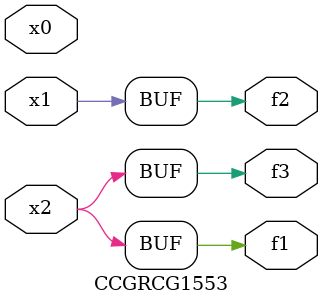
<source format=v>
module CCGRCG1553(
	input x0, x1, x2,
	output f1, f2, f3
);
	assign f1 = x2;
	assign f2 = x1;
	assign f3 = x2;
endmodule

</source>
